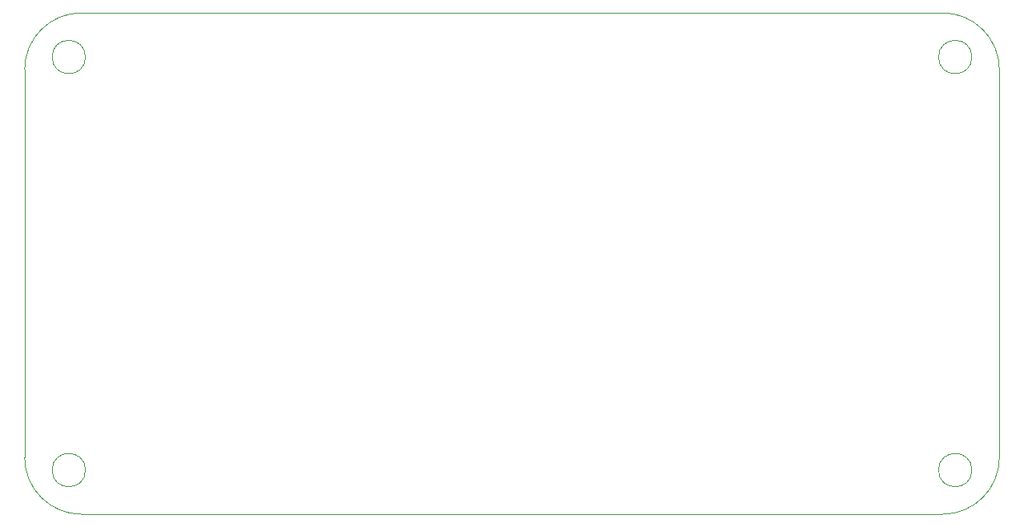
<source format=gbr>
%TF.GenerationSoftware,KiCad,Pcbnew,9.0.2*%
%TF.CreationDate,2025-05-19T01:03:44-04:00*%
%TF.ProjectId,DarkQuest_A5202_Adapter,4461726b-5175-4657-9374-5f4135323032,1*%
%TF.SameCoordinates,Original*%
%TF.FileFunction,Profile,NP*%
%FSLAX46Y46*%
G04 Gerber Fmt 4.6, Leading zero omitted, Abs format (unit mm)*
G04 Created by KiCad (PCBNEW 9.0.2) date 2025-05-19 01:03:44*
%MOMM*%
%LPD*%
G01*
G04 APERTURE LIST*
%TA.AperFunction,Profile*%
%ADD10C,0.050000*%
%TD*%
G04 APERTURE END LIST*
D10*
X58298800Y-110612800D02*
G75*
G02*
X52298800Y-104612800I-1J5999999D01*
G01*
X58731255Y-62280255D02*
G75*
G02*
X55201255Y-62280255I-1765000J0D01*
G01*
X55201255Y-62280255D02*
G75*
G02*
X58731255Y-62280255I1765000J0D01*
G01*
X155298800Y-104592800D02*
X155298800Y-104612800D01*
X155298800Y-104612800D02*
G75*
G02*
X149298800Y-110612800I-6000000J0D01*
G01*
X52298800Y-104582800D02*
X52298800Y-104612800D01*
X58730903Y-105945697D02*
G75*
G02*
X55200903Y-105945697I-1765000J0D01*
G01*
X55200903Y-105945697D02*
G75*
G02*
X58730903Y-105945697I1765000J0D01*
G01*
X155298800Y-104592800D02*
X155298800Y-63612800D01*
X52298800Y-63612800D02*
G75*
G02*
X58298800Y-57612800I6001194J-1194D01*
G01*
X58298800Y-110612800D02*
X149298800Y-110612800D01*
X152396697Y-105945697D02*
G75*
G02*
X148866697Y-105945697I-1765000J0D01*
G01*
X148866697Y-105945697D02*
G75*
G02*
X152396697Y-105945697I1765000J0D01*
G01*
X152396697Y-62279903D02*
G75*
G02*
X148866697Y-62279903I-1765000J0D01*
G01*
X148866697Y-62279903D02*
G75*
G02*
X152396697Y-62279903I1765000J0D01*
G01*
X52298800Y-63612800D02*
X52298800Y-104582800D01*
X149298800Y-57612800D02*
X58298800Y-57612800D01*
X149298800Y-57612800D02*
G75*
G02*
X155298800Y-63612800I0J-6000000D01*
G01*
M02*

</source>
